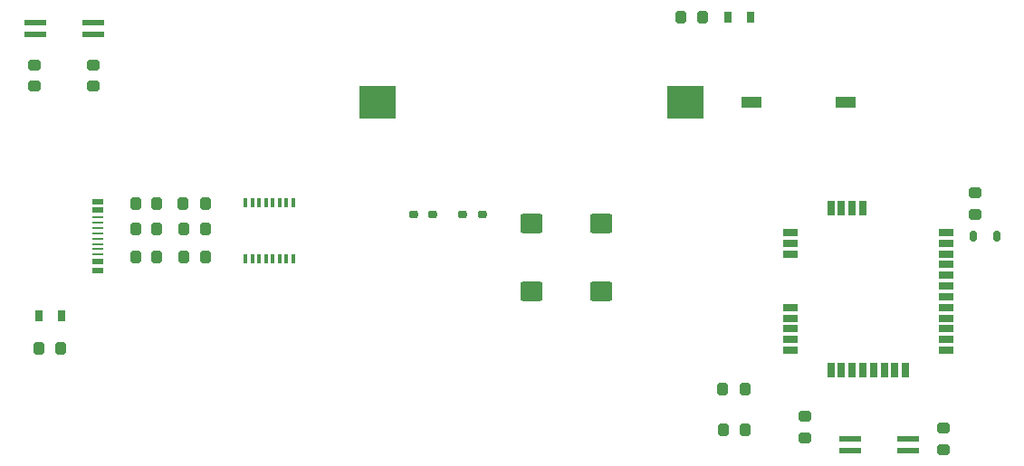
<source format=gbr>
%TF.GenerationSoftware,KiCad,Pcbnew,8.0.4*%
%TF.CreationDate,2024-08-17T13:27:17+02:00*%
%TF.ProjectId,letterboxsensor,6c657474-6572-4626-9f78-73656e736f72,rev?*%
%TF.SameCoordinates,Original*%
%TF.FileFunction,Paste,Top*%
%TF.FilePolarity,Positive*%
%FSLAX46Y46*%
G04 Gerber Fmt 4.6, Leading zero omitted, Abs format (unit mm)*
G04 Created by KiCad (PCBNEW 8.0.4) date 2024-08-17 13:27:17*
%MOMM*%
%LPD*%
G01*
G04 APERTURE LIST*
G04 Aperture macros list*
%AMRoundRect*
0 Rectangle with rounded corners*
0 $1 Rounding radius*
0 $2 $3 $4 $5 $6 $7 $8 $9 X,Y pos of 4 corners*
0 Add a 4 corners polygon primitive as box body*
4,1,4,$2,$3,$4,$5,$6,$7,$8,$9,$2,$3,0*
0 Add four circle primitives for the rounded corners*
1,1,$1+$1,$2,$3*
1,1,$1+$1,$4,$5*
1,1,$1+$1,$6,$7*
1,1,$1+$1,$8,$9*
0 Add four rect primitives between the rounded corners*
20,1,$1+$1,$2,$3,$4,$5,0*
20,1,$1+$1,$4,$5,$6,$7,0*
20,1,$1+$1,$6,$7,$8,$9,0*
20,1,$1+$1,$8,$9,$2,$3,0*%
G04 Aperture macros list end*
%ADD10RoundRect,0.200000X-0.360000X0.280000X-0.360000X-0.280000X0.360000X-0.280000X0.360000X0.280000X0*%
%ADD11RoundRect,0.200000X-0.280000X-0.360000X0.280000X-0.360000X0.280000X0.360000X-0.280000X0.360000X0*%
%ADD12RoundRect,0.200000X0.360000X-0.280000X0.360000X0.280000X-0.360000X0.280000X-0.360000X-0.280000X0*%
%ADD13RoundRect,0.200000X-0.270000X-0.380000X0.270000X-0.380000X0.270000X0.380000X-0.270000X0.380000X0*%
%ADD14RoundRect,0.200000X0.270000X0.380000X-0.270000X0.380000X-0.270000X-0.380000X0.270000X-0.380000X0*%
%ADD15RoundRect,0.200000X-0.820000X0.700000X-0.820000X-0.700000X0.820000X-0.700000X0.820000X0.700000X0*%
%ADD16R,1.040000X0.480000*%
%ADD17R,1.040000X0.240000*%
%ADD18RoundRect,0.190000X0.200000X0.190000X-0.200000X0.190000X-0.200000X-0.190000X0.200000X-0.190000X0*%
%ADD19R,0.800000X1.119635*%
%ADD20R,3.360000X3.040000*%
%ADD21R,1.440000X0.640000*%
%ADD22R,0.640000X1.440000*%
%ADD23RoundRect,0.200000X0.380000X-0.270000X0.380000X0.270000X-0.380000X0.270000X-0.380000X-0.270000X0*%
%ADD24R,2.000000X0.520011*%
%ADD25R,1.840000X1.040000*%
%ADD26RoundRect,0.175000X0.175000X0.305000X-0.175000X0.305000X-0.175000X-0.305000X0.175000X-0.305000X0*%
%ADD27RoundRect,0.200000X0.280000X0.360000X-0.280000X0.360000X-0.280000X-0.360000X0.280000X-0.360000X0*%
%ADD28R,0.320000X0.960000*%
G04 APERTURE END LIST*
D10*
%TO.C,R10*%
X78500000Y-49000000D03*
X78500000Y-51000000D03*
%TD*%
D11*
%TO.C,R12*%
X87000000Y-67000000D03*
X89000000Y-67000000D03*
%TD*%
%TO.C,R5*%
X133500000Y-44500000D03*
X135500000Y-44500000D03*
%TD*%
D12*
%TO.C,R9*%
X73000000Y-51000000D03*
X73000000Y-49000000D03*
%TD*%
D13*
%TO.C,C1*%
X137450000Y-83150000D03*
X139525000Y-83150000D03*
%TD*%
D14*
%TO.C,C3*%
X89037500Y-62000000D03*
X86962500Y-62000000D03*
%TD*%
D15*
%TO.C,C4*%
X119500000Y-63800000D03*
X119500000Y-70200000D03*
%TD*%
D16*
%TO.C,U1*%
X78963037Y-61791085D03*
X78963037Y-62590932D03*
D17*
X78963037Y-63741046D03*
X78963037Y-64741046D03*
X78963037Y-65240919D03*
X78964053Y-66240665D03*
D16*
X78963291Y-67391034D03*
X78963037Y-68190881D03*
D17*
X78963037Y-66741046D03*
X78963037Y-65741046D03*
X78963037Y-64240919D03*
X78964053Y-63240919D03*
%TD*%
D18*
%TO.C,R3*%
X114912500Y-63000000D03*
X113087500Y-63000000D03*
%TD*%
D11*
%TO.C,R1*%
X82500000Y-64350000D03*
X84500000Y-64350000D03*
%TD*%
D19*
%TO.C,D1*%
X140000000Y-44500000D03*
X137899416Y-44500000D03*
%TD*%
D20*
%TO.C,BT1*%
X133885065Y-52500000D03*
X105114935Y-52500000D03*
%TD*%
D15*
%TO.C,C5*%
X126000000Y-63800000D03*
X126000000Y-70200000D03*
%TD*%
D21*
%TO.C,U5*%
X158287656Y-75679959D03*
X158287656Y-74679959D03*
X158287656Y-73679959D03*
X158287656Y-72679959D03*
X158287656Y-71679959D03*
X158287656Y-70679959D03*
X158287656Y-69679959D03*
X158287656Y-68679959D03*
X158287656Y-67679959D03*
X158287656Y-66679959D03*
X158287656Y-65679959D03*
X158287656Y-64679959D03*
D22*
X150500000Y-62431293D03*
X149500000Y-62431293D03*
X148500000Y-62431293D03*
X147500000Y-62431293D03*
D21*
X143712598Y-64679959D03*
X143712344Y-65679451D03*
X143712598Y-66679959D03*
X143712598Y-71679959D03*
X143712598Y-72679959D03*
X143712598Y-73679959D03*
X143712598Y-74679959D03*
X143712598Y-75679959D03*
D22*
X147500000Y-77568707D03*
X148500000Y-77568707D03*
X149500000Y-77568707D03*
X150500000Y-77568707D03*
X151500000Y-77568707D03*
X152500000Y-77568707D03*
X153500000Y-77568707D03*
X154500000Y-77568707D03*
%TD*%
D23*
%TO.C,C6*%
X161000000Y-63000000D03*
X161000000Y-60925000D03*
%TD*%
D18*
%TO.C,R4*%
X110325000Y-63000000D03*
X108500000Y-63000000D03*
%TD*%
D13*
%TO.C,C2*%
X137412500Y-79300000D03*
X139487500Y-79300000D03*
%TD*%
D24*
%TO.C,U2*%
X149299975Y-83949962D03*
X149299975Y-85049784D03*
X154700025Y-85050038D03*
X154700025Y-83949962D03*
%TD*%
D25*
%TO.C,SW3*%
X148875032Y-52500000D03*
X140124968Y-52500000D03*
%TD*%
D26*
%TO.C,L1*%
X163000000Y-65000000D03*
X160875000Y-65000000D03*
%TD*%
D12*
%TO.C,R8*%
X158000000Y-85000000D03*
X158000000Y-83000000D03*
%TD*%
D11*
%TO.C,FB1*%
X82500000Y-62000000D03*
X84500000Y-62000000D03*
%TD*%
D19*
%TO.C,D2*%
X75550292Y-72500000D03*
X73449708Y-72500000D03*
%TD*%
D11*
%TO.C,R11*%
X87000000Y-64350000D03*
X89000000Y-64350000D03*
%TD*%
D27*
%TO.C,R6*%
X75500000Y-75500000D03*
X73500000Y-75500000D03*
%TD*%
D10*
%TO.C,R7*%
X145100000Y-81900000D03*
X145100000Y-83900000D03*
%TD*%
D28*
%TO.C,U4*%
X92777500Y-67100000D03*
X93412500Y-67100000D03*
X94047500Y-67100000D03*
X94682500Y-67100000D03*
X95317500Y-67100000D03*
X95952500Y-67100000D03*
X96587500Y-67100000D03*
X97222500Y-67100000D03*
X97222500Y-61900000D03*
X96587500Y-61900000D03*
X95952500Y-61900000D03*
X95317500Y-61900000D03*
X94682500Y-61900000D03*
X94047500Y-61900000D03*
X93412500Y-61900000D03*
X92777500Y-61900000D03*
%TD*%
D11*
%TO.C,R2*%
X82500000Y-67000000D03*
X84500000Y-67000000D03*
%TD*%
D24*
%TO.C,U3*%
X73099950Y-45000000D03*
X73099950Y-46099822D03*
X78500000Y-46100076D03*
X78500000Y-45000000D03*
%TD*%
M02*

</source>
